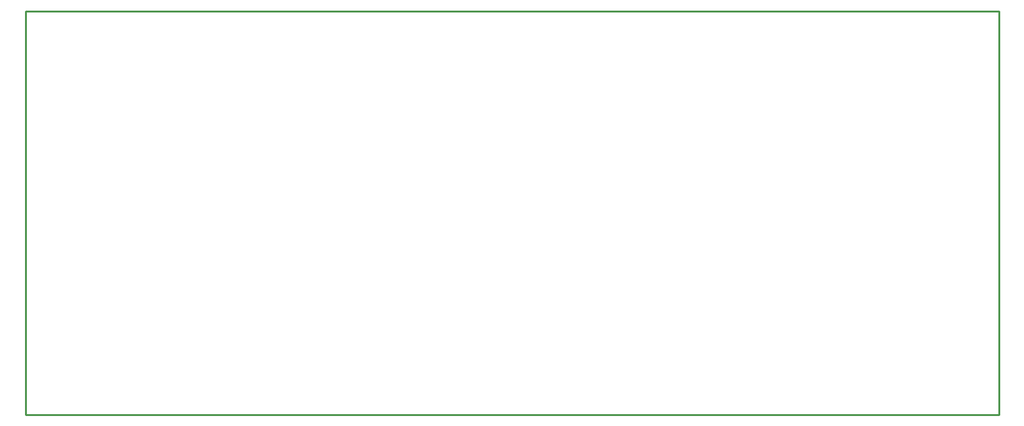
<source format=gm1>
G04*
G04 #@! TF.GenerationSoftware,Altium Limited,Altium Designer,20.1.7 (139)*
G04*
G04 Layer_Color=16711935*
%FSLAX44Y44*%
%MOMM*%
G71*
G04*
G04 #@! TF.SameCoordinates,B5950D26-3139-43EA-A648-6E47058778E0*
G04*
G04*
G04 #@! TF.FilePolarity,Positive*
G04*
G01*
G75*
%ADD13C,0.2540*%
D13*
X254000Y869950D02*
Y1417320D01*
Y869950D02*
X1572260D01*
Y1417320D01*
X254000D02*
X1572260D01*
X254000Y869950D02*
Y1417320D01*
Y869950D02*
X1572260D01*
Y1417320D01*
X254000D02*
X1572260D01*
M02*

</source>
